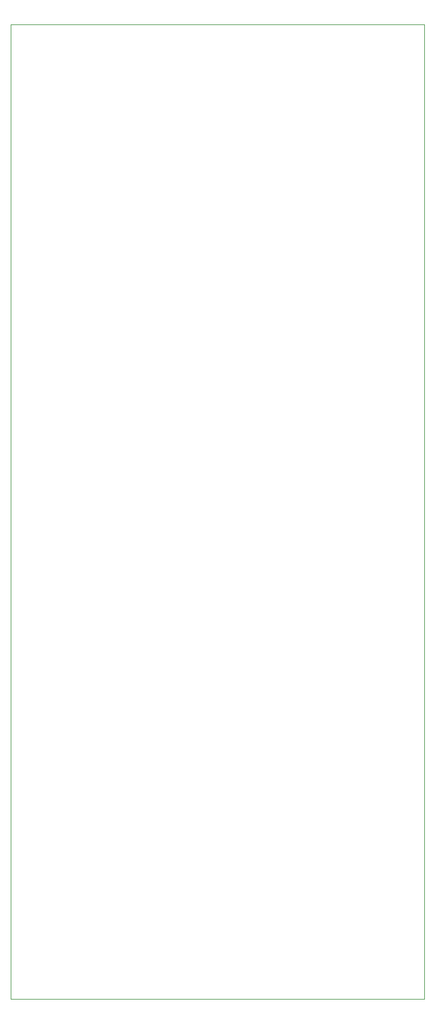
<source format=gbr>
%TF.GenerationSoftware,KiCad,Pcbnew,7.0.10*%
%TF.CreationDate,2024-04-03T14:27:39+05:30*%
%TF.ProjectId,PN532,504e3533-322e-46b6-9963-61645f706362,rev?*%
%TF.SameCoordinates,Original*%
%TF.FileFunction,Profile,NP*%
%FSLAX46Y46*%
G04 Gerber Fmt 4.6, Leading zero omitted, Abs format (unit mm)*
G04 Created by KiCad (PCBNEW 7.0.10) date 2024-04-03 14:27:39*
%MOMM*%
%LPD*%
G01*
G04 APERTURE LIST*
%TA.AperFunction,Profile*%
%ADD10C,0.100000*%
%TD*%
G04 APERTURE END LIST*
D10*
X107578000Y-46897000D02*
X166370000Y-46897000D01*
X166370000Y-185334000D01*
X107578000Y-185334000D01*
X107578000Y-46897000D01*
M02*

</source>
